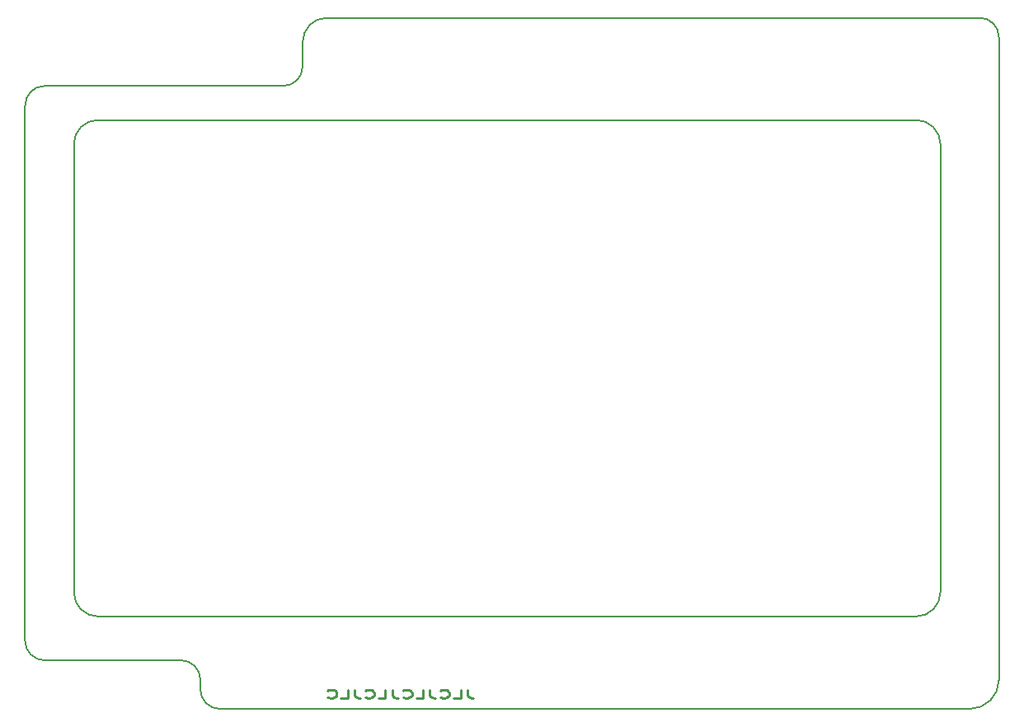
<source format=gbr>
%TF.GenerationSoftware,KiCad,Pcbnew,5.0.1*%
%TF.CreationDate,2019-01-19T14:59:23-06:00*%
%TF.ProjectId,NFCJig-TOP,4E46434A69672D544F502E6B69636164,rev?*%
%TF.SameCoordinates,Original*%
%TF.FileFunction,Legend,Bot*%
%TF.FilePolarity,Positive*%
%FSLAX46Y46*%
G04 Gerber Fmt 4.6, Leading zero omitted, Abs format (unit mm)*
G04 Created by KiCad (PCBNEW 5.0.1) date Sat 19 Jan 2019 02:59:23 PM CST*
%MOMM*%
%LPD*%
G01*
G04 APERTURE LIST*
%ADD10C,0.150000*%
%ADD11C,0.212500*%
G04 APERTURE END LIST*
D10*
X127000000Y-134000000D02*
X204000000Y-134000000D01*
X107000000Y-127000000D02*
X107000000Y-126000000D01*
X109000000Y-129000000D02*
X110500000Y-129000000D01*
X109000000Y-129000000D02*
G75*
G02X107000000Y-127000000I0J2000000D01*
G01*
X123000000Y-129000000D02*
X110500000Y-129000000D01*
X107000000Y-72000000D02*
X107000000Y-126000000D01*
X125000000Y-132000000D02*
X125000000Y-131000000D01*
X123000000Y-129000000D02*
G75*
G02X125000000Y-131000000I0J-2000000D01*
G01*
X127000000Y-134000000D02*
G75*
G02X125000000Y-132000000I0J2000000D01*
G01*
X207000000Y-65000000D02*
X207000000Y-67000000D01*
X205000000Y-63000000D02*
X203500000Y-63000000D01*
X205000000Y-63000000D02*
G75*
G02X207000000Y-65000000I0J-2000000D01*
G01*
X203000000Y-63000000D02*
X203500000Y-63000000D01*
X138000000Y-63000000D02*
X203000000Y-63000000D01*
X135500000Y-68000000D02*
X135500000Y-65500000D01*
X135500000Y-65500000D02*
G75*
G02X138000000Y-63000000I2500000J0D01*
G01*
X107000000Y-72000000D02*
G75*
G02X109000000Y-70000000I2000000J0D01*
G01*
X109000000Y-70000000D02*
X110500000Y-70000000D01*
X133500000Y-70000000D02*
X110500000Y-70000000D01*
X135500000Y-68000000D02*
G75*
G02X133500000Y-70000000I-2000000J0D01*
G01*
X112000000Y-76000000D02*
G75*
G02X114500000Y-73500000I2500000J0D01*
G01*
X114500000Y-73500000D02*
X198500000Y-73500000D01*
X207000000Y-67000000D02*
X207000000Y-131000000D01*
X207000000Y-131000000D02*
G75*
G02X204000000Y-134000000I-3000000J0D01*
G01*
D11*
X152428571Y-132034523D02*
X152428571Y-132641666D01*
X152500000Y-132763095D01*
X152642857Y-132844047D01*
X152857142Y-132884523D01*
X153000000Y-132884523D01*
X151000000Y-132884523D02*
X151714285Y-132884523D01*
X151714285Y-132034523D01*
X149642857Y-132803571D02*
X149714285Y-132844047D01*
X149928571Y-132884523D01*
X150071428Y-132884523D01*
X150285714Y-132844047D01*
X150428571Y-132763095D01*
X150500000Y-132682142D01*
X150571428Y-132520238D01*
X150571428Y-132398809D01*
X150500000Y-132236904D01*
X150428571Y-132155952D01*
X150285714Y-132075000D01*
X150071428Y-132034523D01*
X149928571Y-132034523D01*
X149714285Y-132075000D01*
X149642857Y-132115476D01*
X148571428Y-132034523D02*
X148571428Y-132641666D01*
X148642857Y-132763095D01*
X148785714Y-132844047D01*
X149000000Y-132884523D01*
X149142857Y-132884523D01*
X147142857Y-132884523D02*
X147857142Y-132884523D01*
X147857142Y-132034523D01*
X145785714Y-132803571D02*
X145857142Y-132844047D01*
X146071428Y-132884523D01*
X146214285Y-132884523D01*
X146428571Y-132844047D01*
X146571428Y-132763095D01*
X146642857Y-132682142D01*
X146714285Y-132520238D01*
X146714285Y-132398809D01*
X146642857Y-132236904D01*
X146571428Y-132155952D01*
X146428571Y-132075000D01*
X146214285Y-132034523D01*
X146071428Y-132034523D01*
X145857142Y-132075000D01*
X145785714Y-132115476D01*
X144714285Y-132034523D02*
X144714285Y-132641666D01*
X144785714Y-132763095D01*
X144928571Y-132844047D01*
X145142857Y-132884523D01*
X145285714Y-132884523D01*
X143285714Y-132884523D02*
X144000000Y-132884523D01*
X144000000Y-132034523D01*
X141928571Y-132803571D02*
X142000000Y-132844047D01*
X142214285Y-132884523D01*
X142357142Y-132884523D01*
X142571428Y-132844047D01*
X142714285Y-132763095D01*
X142785714Y-132682142D01*
X142857142Y-132520238D01*
X142857142Y-132398809D01*
X142785714Y-132236904D01*
X142714285Y-132155952D01*
X142571428Y-132075000D01*
X142357142Y-132034523D01*
X142214285Y-132034523D01*
X142000000Y-132075000D01*
X141928571Y-132115476D01*
X140857142Y-132034523D02*
X140857142Y-132641666D01*
X140928571Y-132763095D01*
X141071428Y-132844047D01*
X141285714Y-132884523D01*
X141428571Y-132884523D01*
X139428571Y-132884523D02*
X140142857Y-132884523D01*
X140142857Y-132034523D01*
X138071428Y-132803571D02*
X138142857Y-132844047D01*
X138357142Y-132884523D01*
X138500000Y-132884523D01*
X138714285Y-132844047D01*
X138857142Y-132763095D01*
X138928571Y-132682142D01*
X139000000Y-132520238D01*
X139000000Y-132398809D01*
X138928571Y-132236904D01*
X138857142Y-132155952D01*
X138714285Y-132075000D01*
X138500000Y-132034523D01*
X138357142Y-132034523D01*
X138142857Y-132075000D01*
X138071428Y-132115476D01*
D10*
X112000000Y-122000000D02*
X112000000Y-76000000D01*
X198500000Y-124500000D02*
X114500000Y-124500000D01*
X201000000Y-76000000D02*
X201000000Y-122000000D01*
X201000000Y-122000000D02*
G75*
G02X198500000Y-124500000I-2500000J0D01*
G01*
X114500000Y-124500000D02*
G75*
G02X112000000Y-122000000I0J2500000D01*
G01*
X198500000Y-73500000D02*
G75*
G02X201000000Y-76000000I0J-2500000D01*
G01*
M02*

</source>
